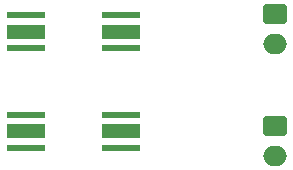
<source format=gbr>
%TF.GenerationSoftware,KiCad,Pcbnew,7.0.6*%
%TF.CreationDate,2023-12-12T11:09:34+00:00*%
%TF.ProjectId,led_holder,6c65645f-686f-46c6-9465-722e6b696361,rev?*%
%TF.SameCoordinates,Original*%
%TF.FileFunction,Soldermask,Top*%
%TF.FilePolarity,Negative*%
%FSLAX46Y46*%
G04 Gerber Fmt 4.6, Leading zero omitted, Abs format (unit mm)*
G04 Created by KiCad (PCBNEW 7.0.6) date 2023-12-12 11:09:34*
%MOMM*%
%LPD*%
G01*
G04 APERTURE LIST*
G04 Aperture macros list*
%AMRoundRect*
0 Rectangle with rounded corners*
0 $1 Rounding radius*
0 $2 $3 $4 $5 $6 $7 $8 $9 X,Y pos of 4 corners*
0 Add a 4 corners polygon primitive as box body*
4,1,4,$2,$3,$4,$5,$6,$7,$8,$9,$2,$3,0*
0 Add four circle primitives for the rounded corners*
1,1,$1+$1,$2,$3*
1,1,$1+$1,$4,$5*
1,1,$1+$1,$6,$7*
1,1,$1+$1,$8,$9*
0 Add four rect primitives between the rounded corners*
20,1,$1+$1,$2,$3,$4,$5,0*
20,1,$1+$1,$4,$5,$6,$7,0*
20,1,$1+$1,$6,$7,$8,$9,0*
20,1,$1+$1,$8,$9,$2,$3,0*%
G04 Aperture macros list end*
%ADD10RoundRect,0.250000X-0.750000X0.600000X-0.750000X-0.600000X0.750000X-0.600000X0.750000X0.600000X0*%
%ADD11O,2.000000X1.700000*%
%ADD12R,3.300000X0.500000*%
%ADD13R,3.300000X1.300000*%
G04 APERTURE END LIST*
D10*
%TO.C,J2*%
X179000000Y-72000000D03*
D11*
X179000000Y-74500000D03*
%TD*%
%TO.C,J1*%
X179000000Y-65000000D03*
D10*
X179000000Y-62500000D03*
%TD*%
D12*
%TO.C,D4*%
X166000000Y-73800000D03*
X166000000Y-71000000D03*
D13*
X166000000Y-72400000D03*
%TD*%
D12*
%TO.C,D3*%
X158000000Y-73800000D03*
X158000000Y-71000000D03*
D13*
X158000000Y-72400000D03*
%TD*%
D12*
%TO.C,D2*%
X166000000Y-65400000D03*
X166000000Y-62600000D03*
D13*
X166000000Y-64000000D03*
%TD*%
%TO.C,D1*%
X158000000Y-64000000D03*
D12*
X158000000Y-62600000D03*
X158000000Y-65400000D03*
%TD*%
M02*

</source>
